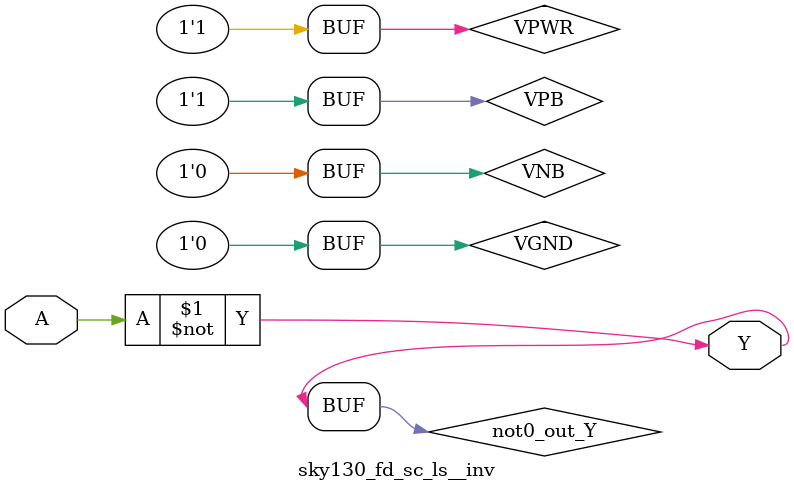
<source format=v>
/*
 * Copyright 2020 The SkyWater PDK Authors
 *
 * Licensed under the Apache License, Version 2.0 (the "License");
 * you may not use this file except in compliance with the License.
 * You may obtain a copy of the License at
 *
 *     https://www.apache.org/licenses/LICENSE-2.0
 *
 * Unless required by applicable law or agreed to in writing, software
 * distributed under the License is distributed on an "AS IS" BASIS,
 * WITHOUT WARRANTIES OR CONDITIONS OF ANY KIND, either express or implied.
 * See the License for the specific language governing permissions and
 * limitations under the License.
 *
 * SPDX-License-Identifier: Apache-2.0
*/


`ifndef SKY130_FD_SC_LS__INV_TIMING_V
`define SKY130_FD_SC_LS__INV_TIMING_V

/**
 * inv: Inverter.
 *
 * Verilog simulation timing model.
 */

`timescale 1ns / 1ps
`default_nettype none

`celldefine
module sky130_fd_sc_ls__inv (
    Y,
    A
);

    // Module ports
    output Y;
    input  A;

    // Module supplies
    supply1 VPWR;
    supply0 VGND;
    supply1 VPB ;
    supply0 VNB ;

    // Local signals
    wire not0_out_Y;

    //  Name  Output      Other arguments
    not not0 (not0_out_Y, A              );
    buf buf0 (Y         , not0_out_Y     );

endmodule
`endcelldefine

`default_nettype wire
`endif  // SKY130_FD_SC_LS__INV_TIMING_V

</source>
